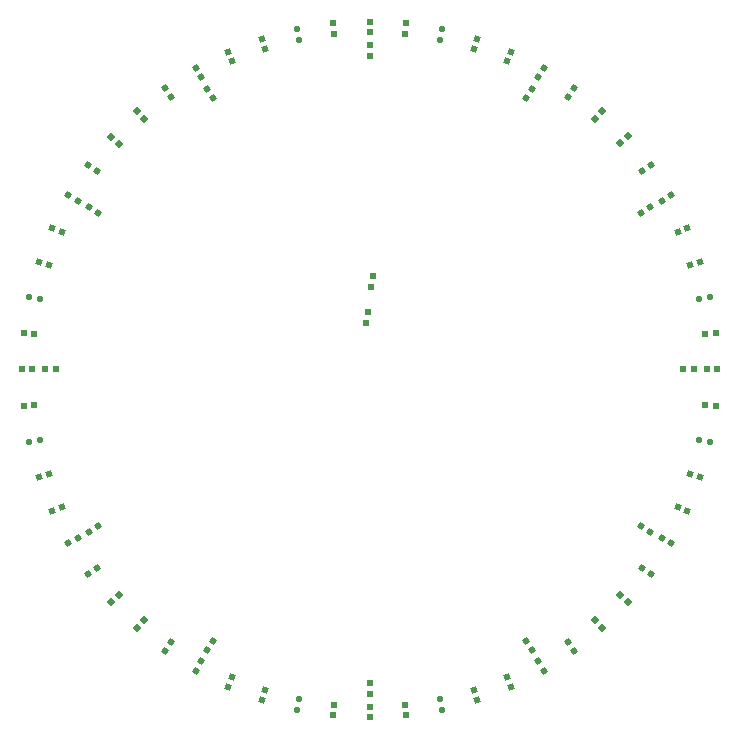
<source format=gbr>
%TF.GenerationSoftware,Altium Limited,Altium Designer,20.1.8 (145)*%
G04 Layer_Color=8421504*
%FSLAX43Y43*%
%MOMM*%
%TF.SameCoordinates,D169B7AB-BDD6-48C1-BF66-756871F3EBFE*%
%TF.FilePolarity,Positive*%
%TF.FileFunction,Paste,Top*%
%TF.Part,Single*%
G01*
G75*
%TA.AperFunction,SMDPad,CuDef*%
G04:AMPARAMS|DCode=16|XSize=0.5mm|YSize=0.5mm|CornerRadius=0.003mm|HoleSize=0mm|Usage=FLASHONLY|Rotation=180.000|XOffset=0mm|YOffset=0mm|HoleType=Round|Shape=RoundedRectangle|*
%AMROUNDEDRECTD16*
21,1,0.500,0.495,0,0,180.0*
21,1,0.495,0.500,0,0,180.0*
1,1,0.005,-0.248,0.248*
1,1,0.005,0.248,0.248*
1,1,0.005,0.248,-0.248*
1,1,0.005,-0.248,-0.248*
%
%ADD16ROUNDEDRECTD16*%
G04:AMPARAMS|DCode=17|XSize=0.5mm|YSize=0.5mm|CornerRadius=0.003mm|HoleSize=0mm|Usage=FLASHONLY|Rotation=174.000|XOffset=0mm|YOffset=0mm|HoleType=Round|Shape=RoundedRectangle|*
%AMROUNDEDRECTD17*
21,1,0.500,0.495,0,0,174.0*
21,1,0.495,0.500,0,0,174.0*
1,1,0.005,-0.220,0.272*
1,1,0.005,0.272,0.220*
1,1,0.005,0.220,-0.272*
1,1,0.005,-0.272,-0.220*
%
%ADD17ROUNDEDRECTD17*%
G04:AMPARAMS|DCode=18|XSize=0.5mm|YSize=0.5mm|CornerRadius=0.003mm|HoleSize=0mm|Usage=FLASHONLY|Rotation=168.000|XOffset=0mm|YOffset=0mm|HoleType=Round|Shape=RoundedRectangle|*
%AMROUNDEDRECTD18*
21,1,0.500,0.495,0,0,168.0*
21,1,0.495,0.500,0,0,168.0*
1,1,0.005,-0.191,0.294*
1,1,0.005,0.294,0.191*
1,1,0.005,0.191,-0.294*
1,1,0.005,-0.294,-0.191*
%
%ADD18ROUNDEDRECTD18*%
G04:AMPARAMS|DCode=19|XSize=0.5mm|YSize=0.5mm|CornerRadius=0.003mm|HoleSize=0mm|Usage=FLASHONLY|Rotation=162.000|XOffset=0mm|YOffset=0mm|HoleType=Round|Shape=RoundedRectangle|*
%AMROUNDEDRECTD19*
21,1,0.500,0.495,0,0,162.0*
21,1,0.495,0.500,0,0,162.0*
1,1,0.005,-0.159,0.312*
1,1,0.005,0.312,0.159*
1,1,0.005,0.159,-0.312*
1,1,0.005,-0.312,-0.159*
%
%ADD19ROUNDEDRECTD19*%
G04:AMPARAMS|DCode=20|XSize=0.5mm|YSize=0.5mm|CornerRadius=0.003mm|HoleSize=0mm|Usage=FLASHONLY|Rotation=156.000|XOffset=0mm|YOffset=0mm|HoleType=Round|Shape=RoundedRectangle|*
%AMROUNDEDRECTD20*
21,1,0.500,0.495,0,0,156.0*
21,1,0.495,0.500,0,0,156.0*
1,1,0.005,-0.125,0.327*
1,1,0.005,0.327,0.125*
1,1,0.005,0.125,-0.327*
1,1,0.005,-0.327,-0.125*
%
%ADD20ROUNDEDRECTD20*%
G04:AMPARAMS|DCode=21|XSize=0.5mm|YSize=0.5mm|CornerRadius=0.003mm|HoleSize=0mm|Usage=FLASHONLY|Rotation=150.000|XOffset=0mm|YOffset=0mm|HoleType=Round|Shape=RoundedRectangle|*
%AMROUNDEDRECTD21*
21,1,0.500,0.495,0,0,150.0*
21,1,0.495,0.500,0,0,150.0*
1,1,0.005,-0.091,0.338*
1,1,0.005,0.338,0.091*
1,1,0.005,0.091,-0.338*
1,1,0.005,-0.338,-0.091*
%
%ADD21ROUNDEDRECTD21*%
G04:AMPARAMS|DCode=22|XSize=0.5mm|YSize=0.5mm|CornerRadius=0.003mm|HoleSize=0mm|Usage=FLASHONLY|Rotation=144.000|XOffset=0mm|YOffset=0mm|HoleType=Round|Shape=RoundedRectangle|*
%AMROUNDEDRECTD22*
21,1,0.500,0.495,0,0,144.0*
21,1,0.495,0.500,0,0,144.0*
1,1,0.005,-0.055,0.346*
1,1,0.005,0.346,0.055*
1,1,0.005,0.055,-0.346*
1,1,0.005,-0.346,-0.055*
%
%ADD22ROUNDEDRECTD22*%
G04:AMPARAMS|DCode=23|XSize=0.5mm|YSize=0.5mm|CornerRadius=0.003mm|HoleSize=0mm|Usage=FLASHONLY|Rotation=138.000|XOffset=0mm|YOffset=0mm|HoleType=Round|Shape=RoundedRectangle|*
%AMROUNDEDRECTD23*
21,1,0.500,0.495,0,0,138.0*
21,1,0.495,0.500,0,0,138.0*
1,1,0.005,-0.018,0.350*
1,1,0.005,0.350,0.018*
1,1,0.005,0.018,-0.350*
1,1,0.005,-0.350,-0.018*
%
%ADD23ROUNDEDRECTD23*%
G04:AMPARAMS|DCode=24|XSize=0.5mm|YSize=0.5mm|CornerRadius=0.003mm|HoleSize=0mm|Usage=FLASHONLY|Rotation=132.050|XOffset=0mm|YOffset=0mm|HoleType=Round|Shape=RoundedRectangle|*
%AMROUNDEDRECTD24*
21,1,0.500,0.495,0,0,132.1*
21,1,0.495,0.500,0,0,132.1*
1,1,0.005,0.018,0.350*
1,1,0.005,0.350,-0.018*
1,1,0.005,-0.018,-0.350*
1,1,0.005,-0.350,0.018*
%
%ADD24ROUNDEDRECTD24*%
G04:AMPARAMS|DCode=25|XSize=0.5mm|YSize=0.5mm|CornerRadius=0.003mm|HoleSize=0mm|Usage=FLASHONLY|Rotation=126.000|XOffset=0mm|YOffset=0mm|HoleType=Round|Shape=RoundedRectangle|*
%AMROUNDEDRECTD25*
21,1,0.500,0.495,0,0,126.0*
21,1,0.495,0.500,0,0,126.0*
1,1,0.005,0.055,0.346*
1,1,0.005,0.346,-0.055*
1,1,0.005,-0.055,-0.346*
1,1,0.005,-0.346,0.055*
%
%ADD25ROUNDEDRECTD25*%
G04:AMPARAMS|DCode=26|XSize=0.5mm|YSize=0.5mm|CornerRadius=0.003mm|HoleSize=0mm|Usage=FLASHONLY|Rotation=120.000|XOffset=0mm|YOffset=0mm|HoleType=Round|Shape=RoundedRectangle|*
%AMROUNDEDRECTD26*
21,1,0.500,0.495,0,0,120.0*
21,1,0.495,0.500,0,0,120.0*
1,1,0.005,0.091,0.338*
1,1,0.005,0.338,-0.091*
1,1,0.005,-0.091,-0.338*
1,1,0.005,-0.338,0.091*
%
%ADD26ROUNDEDRECTD26*%
G04:AMPARAMS|DCode=27|XSize=0.5mm|YSize=0.5mm|CornerRadius=0.003mm|HoleSize=0mm|Usage=FLASHONLY|Rotation=114.000|XOffset=0mm|YOffset=0mm|HoleType=Round|Shape=RoundedRectangle|*
%AMROUNDEDRECTD27*
21,1,0.500,0.495,0,0,114.0*
21,1,0.495,0.500,0,0,114.0*
1,1,0.005,0.125,0.327*
1,1,0.005,0.327,-0.125*
1,1,0.005,-0.125,-0.327*
1,1,0.005,-0.327,0.125*
%
%ADD27ROUNDEDRECTD27*%
G04:AMPARAMS|DCode=28|XSize=0.5mm|YSize=0.5mm|CornerRadius=0.003mm|HoleSize=0mm|Usage=FLASHONLY|Rotation=108.000|XOffset=0mm|YOffset=0mm|HoleType=Round|Shape=RoundedRectangle|*
%AMROUNDEDRECTD28*
21,1,0.500,0.495,0,0,108.0*
21,1,0.495,0.500,0,0,108.0*
1,1,0.005,0.159,0.312*
1,1,0.005,0.312,-0.159*
1,1,0.005,-0.159,-0.312*
1,1,0.005,-0.312,0.159*
%
%ADD28ROUNDEDRECTD28*%
G04:AMPARAMS|DCode=29|XSize=0.5mm|YSize=0.5mm|CornerRadius=0.003mm|HoleSize=0mm|Usage=FLASHONLY|Rotation=102.000|XOffset=0mm|YOffset=0mm|HoleType=Round|Shape=RoundedRectangle|*
%AMROUNDEDRECTD29*
21,1,0.500,0.495,0,0,102.0*
21,1,0.495,0.500,0,0,102.0*
1,1,0.005,0.191,0.294*
1,1,0.005,0.294,-0.191*
1,1,0.005,-0.191,-0.294*
1,1,0.005,-0.294,0.191*
%
%ADD29ROUNDEDRECTD29*%
G04:AMPARAMS|DCode=30|XSize=0.5mm|YSize=0.5mm|CornerRadius=0.003mm|HoleSize=0mm|Usage=FLASHONLY|Rotation=96.000|XOffset=0mm|YOffset=0mm|HoleType=Round|Shape=RoundedRectangle|*
%AMROUNDEDRECTD30*
21,1,0.500,0.495,0,0,96.0*
21,1,0.495,0.500,0,0,96.0*
1,1,0.005,0.220,0.272*
1,1,0.005,0.272,-0.220*
1,1,0.005,-0.220,-0.272*
1,1,0.005,-0.272,0.220*
%
%ADD30ROUNDEDRECTD30*%
G04:AMPARAMS|DCode=31|XSize=0.5mm|YSize=0.5mm|CornerRadius=0.003mm|HoleSize=0mm|Usage=FLASHONLY|Rotation=90.000|XOffset=0mm|YOffset=0mm|HoleType=Round|Shape=RoundedRectangle|*
%AMROUNDEDRECTD31*
21,1,0.500,0.495,0,0,90.0*
21,1,0.495,0.500,0,0,90.0*
1,1,0.005,0.248,0.248*
1,1,0.005,0.248,-0.248*
1,1,0.005,-0.248,-0.248*
1,1,0.005,-0.248,0.248*
%
%ADD31ROUNDEDRECTD31*%
G04:AMPARAMS|DCode=32|XSize=0.5mm|YSize=0.5mm|CornerRadius=0.003mm|HoleSize=0mm|Usage=FLASHONLY|Rotation=84.000|XOffset=0mm|YOffset=0mm|HoleType=Round|Shape=RoundedRectangle|*
%AMROUNDEDRECTD32*
21,1,0.500,0.495,0,0,84.0*
21,1,0.495,0.500,0,0,84.0*
1,1,0.005,0.272,0.220*
1,1,0.005,0.220,-0.272*
1,1,0.005,-0.272,-0.220*
1,1,0.005,-0.220,0.272*
%
%ADD32ROUNDEDRECTD32*%
G04:AMPARAMS|DCode=33|XSize=0.5mm|YSize=0.5mm|CornerRadius=0.003mm|HoleSize=0mm|Usage=FLASHONLY|Rotation=78.000|XOffset=0mm|YOffset=0mm|HoleType=Round|Shape=RoundedRectangle|*
%AMROUNDEDRECTD33*
21,1,0.500,0.495,0,0,78.0*
21,1,0.495,0.500,0,0,78.0*
1,1,0.005,0.294,0.191*
1,1,0.005,0.191,-0.294*
1,1,0.005,-0.294,-0.191*
1,1,0.005,-0.191,0.294*
%
%ADD33ROUNDEDRECTD33*%
G04:AMPARAMS|DCode=34|XSize=0.5mm|YSize=0.5mm|CornerRadius=0.003mm|HoleSize=0mm|Usage=FLASHONLY|Rotation=72.000|XOffset=0mm|YOffset=0mm|HoleType=Round|Shape=RoundedRectangle|*
%AMROUNDEDRECTD34*
21,1,0.500,0.495,0,0,72.0*
21,1,0.495,0.500,0,0,72.0*
1,1,0.005,0.312,0.159*
1,1,0.005,0.159,-0.312*
1,1,0.005,-0.312,-0.159*
1,1,0.005,-0.159,0.312*
%
%ADD34ROUNDEDRECTD34*%
G04:AMPARAMS|DCode=35|XSize=0.5mm|YSize=0.5mm|CornerRadius=0.003mm|HoleSize=0mm|Usage=FLASHONLY|Rotation=66.000|XOffset=0mm|YOffset=0mm|HoleType=Round|Shape=RoundedRectangle|*
%AMROUNDEDRECTD35*
21,1,0.500,0.495,0,0,66.0*
21,1,0.495,0.500,0,0,66.0*
1,1,0.005,0.327,0.125*
1,1,0.005,0.125,-0.327*
1,1,0.005,-0.327,-0.125*
1,1,0.005,-0.125,0.327*
%
%ADD35ROUNDEDRECTD35*%
G04:AMPARAMS|DCode=36|XSize=0.5mm|YSize=0.5mm|CornerRadius=0.003mm|HoleSize=0mm|Usage=FLASHONLY|Rotation=60.000|XOffset=0mm|YOffset=0mm|HoleType=Round|Shape=RoundedRectangle|*
%AMROUNDEDRECTD36*
21,1,0.500,0.495,0,0,60.0*
21,1,0.495,0.500,0,0,60.0*
1,1,0.005,0.338,0.091*
1,1,0.005,0.091,-0.338*
1,1,0.005,-0.338,-0.091*
1,1,0.005,-0.091,0.338*
%
%ADD36ROUNDEDRECTD36*%
G04:AMPARAMS|DCode=37|XSize=0.5mm|YSize=0.5mm|CornerRadius=0.003mm|HoleSize=0mm|Usage=FLASHONLY|Rotation=54.000|XOffset=0mm|YOffset=0mm|HoleType=Round|Shape=RoundedRectangle|*
%AMROUNDEDRECTD37*
21,1,0.500,0.495,0,0,54.0*
21,1,0.495,0.500,0,0,54.0*
1,1,0.005,0.346,0.055*
1,1,0.005,0.055,-0.346*
1,1,0.005,-0.346,-0.055*
1,1,0.005,-0.055,0.346*
%
%ADD37ROUNDEDRECTD37*%
G04:AMPARAMS|DCode=38|XSize=0.5mm|YSize=0.5mm|CornerRadius=0.003mm|HoleSize=0mm|Usage=FLASHONLY|Rotation=48.000|XOffset=0mm|YOffset=0mm|HoleType=Round|Shape=RoundedRectangle|*
%AMROUNDEDRECTD38*
21,1,0.500,0.495,0,0,48.0*
21,1,0.495,0.500,0,0,48.0*
1,1,0.005,0.350,0.018*
1,1,0.005,0.018,-0.350*
1,1,0.005,-0.350,-0.018*
1,1,0.005,-0.018,0.350*
%
%ADD38ROUNDEDRECTD38*%
G04:AMPARAMS|DCode=39|XSize=0.5mm|YSize=0.5mm|CornerRadius=0.003mm|HoleSize=0mm|Usage=FLASHONLY|Rotation=42.000|XOffset=0mm|YOffset=0mm|HoleType=Round|Shape=RoundedRectangle|*
%AMROUNDEDRECTD39*
21,1,0.500,0.495,0,0,42.0*
21,1,0.495,0.500,0,0,42.0*
1,1,0.005,0.350,-0.018*
1,1,0.005,-0.018,-0.350*
1,1,0.005,-0.350,0.018*
1,1,0.005,0.018,0.350*
%
%ADD39ROUNDEDRECTD39*%
G04:AMPARAMS|DCode=40|XSize=0.5mm|YSize=0.5mm|CornerRadius=0.003mm|HoleSize=0mm|Usage=FLASHONLY|Rotation=36.000|XOffset=0mm|YOffset=0mm|HoleType=Round|Shape=RoundedRectangle|*
%AMROUNDEDRECTD40*
21,1,0.500,0.495,0,0,36.0*
21,1,0.495,0.500,0,0,36.0*
1,1,0.005,0.346,-0.055*
1,1,0.005,-0.055,-0.346*
1,1,0.005,-0.346,0.055*
1,1,0.005,0.055,0.346*
%
%ADD40ROUNDEDRECTD40*%
G04:AMPARAMS|DCode=41|XSize=0.5mm|YSize=0.5mm|CornerRadius=0.003mm|HoleSize=0mm|Usage=FLASHONLY|Rotation=30.000|XOffset=0mm|YOffset=0mm|HoleType=Round|Shape=RoundedRectangle|*
%AMROUNDEDRECTD41*
21,1,0.500,0.495,0,0,30.0*
21,1,0.495,0.500,0,0,30.0*
1,1,0.005,0.338,-0.091*
1,1,0.005,-0.091,-0.338*
1,1,0.005,-0.338,0.091*
1,1,0.005,0.091,0.338*
%
%ADD41ROUNDEDRECTD41*%
G04:AMPARAMS|DCode=42|XSize=0.5mm|YSize=0.5mm|CornerRadius=0.003mm|HoleSize=0mm|Usage=FLASHONLY|Rotation=24.000|XOffset=0mm|YOffset=0mm|HoleType=Round|Shape=RoundedRectangle|*
%AMROUNDEDRECTD42*
21,1,0.500,0.495,0,0,24.0*
21,1,0.495,0.500,0,0,24.0*
1,1,0.005,0.327,-0.125*
1,1,0.005,-0.125,-0.327*
1,1,0.005,-0.327,0.125*
1,1,0.005,0.125,0.327*
%
%ADD42ROUNDEDRECTD42*%
G04:AMPARAMS|DCode=43|XSize=0.5mm|YSize=0.5mm|CornerRadius=0.003mm|HoleSize=0mm|Usage=FLASHONLY|Rotation=18.000|XOffset=0mm|YOffset=0mm|HoleType=Round|Shape=RoundedRectangle|*
%AMROUNDEDRECTD43*
21,1,0.500,0.495,0,0,18.0*
21,1,0.495,0.500,0,0,18.0*
1,1,0.005,0.312,-0.159*
1,1,0.005,-0.159,-0.312*
1,1,0.005,-0.312,0.159*
1,1,0.005,0.159,0.312*
%
%ADD43ROUNDEDRECTD43*%
G04:AMPARAMS|DCode=44|XSize=0.5mm|YSize=0.5mm|CornerRadius=0.003mm|HoleSize=0mm|Usage=FLASHONLY|Rotation=12.000|XOffset=0mm|YOffset=0mm|HoleType=Round|Shape=RoundedRectangle|*
%AMROUNDEDRECTD44*
21,1,0.500,0.495,0,0,12.0*
21,1,0.495,0.500,0,0,12.0*
1,1,0.005,0.294,-0.191*
1,1,0.005,-0.191,-0.294*
1,1,0.005,-0.294,0.191*
1,1,0.005,0.191,0.294*
%
%ADD44ROUNDEDRECTD44*%
G04:AMPARAMS|DCode=45|XSize=0.5mm|YSize=0.5mm|CornerRadius=0.003mm|HoleSize=0mm|Usage=FLASHONLY|Rotation=6.000|XOffset=0mm|YOffset=0mm|HoleType=Round|Shape=RoundedRectangle|*
%AMROUNDEDRECTD45*
21,1,0.500,0.495,0,0,6.0*
21,1,0.495,0.500,0,0,6.0*
1,1,0.005,0.272,-0.220*
1,1,0.005,-0.220,-0.272*
1,1,0.005,-0.272,0.220*
1,1,0.005,0.220,0.272*
%
%ADD45ROUNDEDRECTD45*%
G04:AMPARAMS|DCode=46|XSize=0.5mm|YSize=0.5mm|CornerRadius=0.003mm|HoleSize=0mm|Usage=FLASHONLY|Rotation=352.000|XOffset=0mm|YOffset=0mm|HoleType=Round|Shape=RoundedRectangle|*
%AMROUNDEDRECTD46*
21,1,0.500,0.495,0,0,352.0*
21,1,0.495,0.500,0,0,352.0*
1,1,0.005,0.211,-0.280*
1,1,0.005,-0.280,-0.211*
1,1,0.005,-0.211,0.280*
1,1,0.005,0.280,0.211*
%
%ADD46ROUNDEDRECTD46*%
D16*
X1032500Y1074450D02*
D03*
Y1073550D02*
D03*
Y1072450D02*
D03*
Y1071550D02*
D03*
Y1017550D02*
D03*
Y1018450D02*
D03*
Y1015550D02*
D03*
Y1016450D02*
D03*
D17*
X1035578Y1074289D02*
D03*
X1035484Y1073394D02*
D03*
X1029422Y1015711D02*
D03*
X1029516Y1016606D02*
D03*
D18*
X1038623Y1073807D02*
D03*
X1038436Y1072926D02*
D03*
X1026377Y1016194D02*
D03*
X1026564Y1017074D02*
D03*
D19*
X1041601Y1073009D02*
D03*
X1041322Y1072153D02*
D03*
X1023399Y1016991D02*
D03*
X1023678Y1017847D02*
D03*
D20*
X1044478Y1071904D02*
D03*
X1044112Y1071082D02*
D03*
X1020522Y1018096D02*
D03*
X1020888Y1018918D02*
D03*
D21*
X1047225Y1070505D02*
D03*
X1046775Y1069725D02*
D03*
X1046225Y1068772D02*
D03*
X1045775Y1067993D02*
D03*
X1018775Y1021228D02*
D03*
X1019225Y1022007D02*
D03*
X1017775Y1019496D02*
D03*
X1018225Y1020275D02*
D03*
D22*
X1049810Y1068826D02*
D03*
X1049281Y1068097D02*
D03*
X1015190Y1021174D02*
D03*
X1015719Y1021903D02*
D03*
D23*
X1052206Y1066886D02*
D03*
X1051604Y1066217D02*
D03*
X1012794Y1023114D02*
D03*
X1013396Y1023783D02*
D03*
D24*
X1054382Y1064737D02*
D03*
X1053714Y1064135D02*
D03*
X1010614Y1025294D02*
D03*
X1011283Y1025896D02*
D03*
D25*
X1056326Y1062310D02*
D03*
X1055597Y1061781D02*
D03*
X1008674Y1027690D02*
D03*
X1009403Y1028219D02*
D03*
D26*
X1058005Y1059725D02*
D03*
X1057225Y1059275D02*
D03*
X1056272Y1058725D02*
D03*
X1055493Y1058275D02*
D03*
X1008728Y1031275D02*
D03*
X1009507Y1031725D02*
D03*
X1006996Y1030275D02*
D03*
X1007775Y1030725D02*
D03*
D27*
X1059404Y1056978D02*
D03*
X1058582Y1056612D02*
D03*
X1005596Y1033022D02*
D03*
X1006418Y1033388D02*
D03*
D28*
X1060509Y1054101D02*
D03*
X1059653Y1053822D02*
D03*
X1004491Y1035899D02*
D03*
X1005347Y1036178D02*
D03*
D29*
X1061307Y1051123D02*
D03*
X1060426Y1050936D02*
D03*
X1003694Y1038877D02*
D03*
X1004574Y1039064D02*
D03*
D30*
X1061789Y1048078D02*
D03*
X1060894Y1047984D02*
D03*
X1003211Y1041922D02*
D03*
X1004106Y1042016D02*
D03*
D31*
X1059950Y1045000D02*
D03*
X1059050D02*
D03*
X1061950D02*
D03*
X1061050D02*
D03*
X1005050D02*
D03*
X1005950D02*
D03*
X1003050D02*
D03*
X1003950D02*
D03*
D32*
X1061789Y1041922D02*
D03*
X1060894Y1042016D02*
D03*
X1003211Y1048078D02*
D03*
X1004106Y1047984D02*
D03*
D33*
X1061307Y1038877D02*
D03*
X1060426Y1039064D02*
D03*
X1003694Y1051123D02*
D03*
X1004574Y1050936D02*
D03*
D34*
X1060509Y1035899D02*
D03*
X1059653Y1036178D02*
D03*
X1004491Y1054101D02*
D03*
X1005347Y1053822D02*
D03*
D35*
X1059404Y1033022D02*
D03*
X1058582Y1033388D02*
D03*
X1005596Y1056978D02*
D03*
X1006418Y1056612D02*
D03*
D36*
X1056272Y1031275D02*
D03*
X1055493Y1031725D02*
D03*
X1058005Y1030275D02*
D03*
X1057225Y1030725D02*
D03*
X1008728Y1058725D02*
D03*
X1009507Y1058275D02*
D03*
X1006996Y1059725D02*
D03*
X1007775Y1059275D02*
D03*
D37*
X1056326Y1027690D02*
D03*
X1055597Y1028219D02*
D03*
X1008674Y1062310D02*
D03*
X1009403Y1061781D02*
D03*
D38*
X1054386Y1025294D02*
D03*
X1053717Y1025896D02*
D03*
X1010614Y1064706D02*
D03*
X1011283Y1064104D02*
D03*
D39*
X1052206Y1023114D02*
D03*
X1051604Y1023783D02*
D03*
X1012794Y1066886D02*
D03*
X1013396Y1066217D02*
D03*
D40*
X1049810Y1021174D02*
D03*
X1049281Y1021903D02*
D03*
X1015190Y1068826D02*
D03*
X1015719Y1068097D02*
D03*
D41*
X1046225Y1021228D02*
D03*
X1045775Y1022007D02*
D03*
X1047225Y1019496D02*
D03*
X1046775Y1020275D02*
D03*
X1017775Y1070505D02*
D03*
X1018225Y1069725D02*
D03*
X1018775Y1068772D02*
D03*
X1019225Y1067993D02*
D03*
D42*
X1044478Y1018096D02*
D03*
X1044112Y1018918D02*
D03*
X1020522Y1071904D02*
D03*
X1020888Y1071082D02*
D03*
D43*
X1041601Y1016991D02*
D03*
X1041322Y1017847D02*
D03*
X1023399Y1073009D02*
D03*
X1023678Y1072153D02*
D03*
D44*
X1038623Y1016194D02*
D03*
X1038436Y1017074D02*
D03*
X1026377Y1073807D02*
D03*
X1026564Y1072926D02*
D03*
D45*
X1035578Y1015711D02*
D03*
X1035484Y1016606D02*
D03*
X1029422Y1074289D02*
D03*
X1029516Y1073394D02*
D03*
D46*
X1032225Y1048941D02*
D03*
X1032350Y1049833D02*
D03*
X1032631Y1052011D02*
D03*
X1032756Y1052902D02*
D03*
%TF.MD5,567e8ae0088879a2ba9924ae5faa6570*%
M02*

</source>
